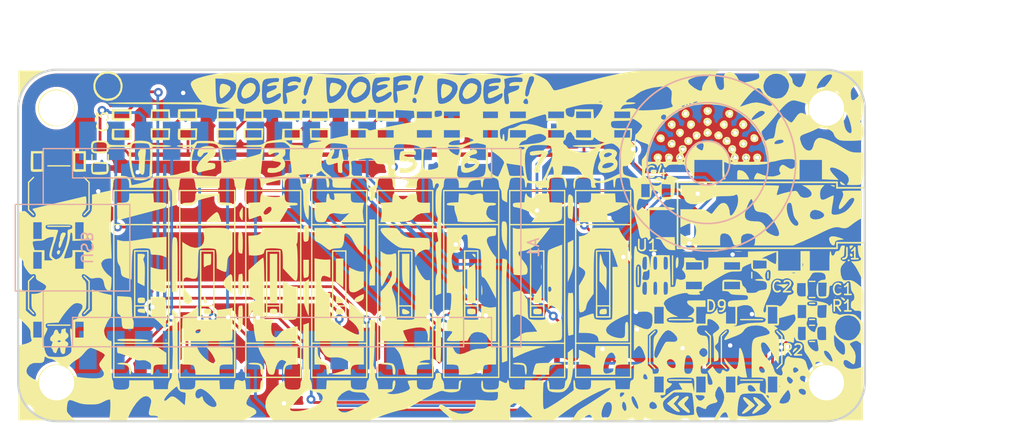
<source format=kicad_pcb>
(kicad_pcb (version 20211014) (generator pcbnew)
  (title_block (title "Ferral-Electric-Crystal-Pulsar") (date "2024-01-29") (company "GaudiLabs"))
  (layers (0 "F.Cu" signal) (31 "B.Cu" signal) (34 "B.Paste" user) (35 "F.Paste" user) (36 "B.SilkS" user "B.Silkscreen") (37 "F.SilkS" user "F.Silkscreen") (38 "B.Mask" user) (39 "F.Mask" user) (44 "Edge.Cuts" user))
  (net 0 "")
  (net 1 "Net-(A1-Pad28)")
  (net 2 "SPEAKER")
  (net 3 "+3V3")
  (net 4 "Net-(A1-Pad18)")
  (net 5 "Net-(A1-Pad19)")
  (net 6 "Net-(A1-Pad20)")
  (net 7 "Net-(A1-Pad21)")
  (net 8 "Net-(A1-Pad22)")
  (net 9 "Net-(A1-Pad23)")
  (net 10 "Net-(A1-Pad24)")
  (net 11 "Net-(A1-Pad25)")
  (net 12 "Net-(A1-Pad26)")
  (net 14 "Net-(C1-Pad2)")
  (net 15 "Net-(LS1-Pad1)")
  (net 16 "Net-(LS1-Pad2)")
  (net 17 "GND")
  (net 18 "VCC")
  (net 19 "Net-(D1-Pad1)")
  (net 20 "PIXEL")
  (net 21 "Net-(D2-Pad1)")
  (net 22 "Net-(D3-Pad1)")
  (net 23 "Net-(D4-Pad1)")
  (net 24 "Net-(D5-Pad1)")
  (net 25 "Net-(D6-Pad1)")
  (net 26 "Net-(D7-Pad1)")
  (net 27 "Net-(D8-Pad1)")
  (net 31 "SW1")
  (net 32 "unconnected-(P1-Pad2)")
  (net 33 "SW3")
  (net 34 "SW4")
  (net 35 "unconnected-(P2-Pad2)")
  (net 36 "unconnected-(P5-Pad2)")
  (net 37 "unconnected-(P6-Pad2)")
  (net 38 "unconnected-(P7-Pad2)")
  (net 39 "unconnected-(P8-Pad2)")
  (net 40 "unconnected-(R3-Pad2)")
  (net 41 "unconnected-(R4-Pad2)")
  (net 42 "SW2")
  (net 51 "Net-(C1-Pad1)")
  (footprint "GaudiLabsFootPrints:LED_SK6812MINI_PLCC4_3.5x3.5mm_P1.75mm" (layer "F.Cu") (at 138 102.75 180)
    (fp_text reference "D9")
    (fp_text value "SK6812MINI")
  )
  (footprint "MountingHole:MountingHole_3.2mm_M3" (layer "F.Cu") (at 78.3 112.5)
    (fp_text reference "H4" hide)
    (fp_text value "MountingHole")
  )
  (footprint "Button_Switch_SMD:SW_SPST_TL3342" (layer "F.Cu") (at 78.5 95.5 90)
    (fp_text reference "SW1" hide)
    (fp_text value "SW_Push")
  )
  (footprint "GaudiLabsLogos:DoefSilk" (layer "F.Cu") (at 113.18 100)
    (fp_text reference "G***" hide)
    (fp_text value "LOGO" hide)
  )
  (footprint "GaudiLabsFootPrints:TaidacentSlidingPot" (layer "F.Cu") (at 104 103.5 90)
    (fp_text reference "R4" hide)
    (fp_text value "R_Potentiometer")
  )
  (footprint "GaudiLabsFootPrints:TaidacentSlidingPot" (layer "F.Cu") (at 116 103.5 90)
    (fp_text reference "P6" hide)
    (fp_text value "R_Potentiometer")
  )
  (footprint "Capacitor_SMD:C_0805_2012Metric" (layer "F.Cu") (at 132.8 95)
    (fp_text reference "C4")
    (fp_text value "22uF")
  )
  (footprint "GaudiLabsFootPrints:TaidacentSlidingPot" (layer "F.Cu") (at 92 103.5 90)
    (fp_text reference "P2" hide)
    (fp_text value "R_Potentiometer")
  )
  (footprint "Button_Switch_SMD:SW_SPST_TL3342" (layer "F.Cu") (at 78.5 104.5 90)
    (fp_text reference "SW2" hide)
    (fp_text value "SW_Push")
  )
  (footprint "GaudiLabsFootPrints:LED_SK6812MINI_PLCC4_3.5x3.5mm_P1.75mm" (layer "F.Cu") (at 104 89 180)
    (fp_text reference "D4" hide)
    (fp_text value "SK6812MINI")
  )
  (footprint "GaudiLabsFootPrints:LED_SK6812MINI_PLCC4_3.5x3.5mm_P1.75mm" (layer "F.Cu") (at 116 89 180)
    (fp_text reference "D6" hide)
    (fp_text value "SK6812MINI")
  )
  (footprint "Resistor_SMD:R_0805_2012Metric" (layer "F.Cu") (at 147 106)
    (fp_text reference "R2")
    (fp_text value "390")
  )
  (footprint "GaudiLabsFootPrints:TaidacentSlidingPot" (layer "F.Cu") (at 110 103.5 90)
    (fp_text reference "P5" hide)
    (fp_text value "R_Potentiometer")
  )
  (footprint "GaudiLabsFootPrints:TaidacentSlidingPot" (layer "F.Cu") (at 128 103.5 90)
    (fp_text reference "P8" hide)
    (fp_text value "R_Potentiometer")
  )
  (footprint "GaudiLabsFootPrints:LED_SK6812MINI_PLCC4_3.5x3.5mm_P1.75mm" (layer "F.Cu") (at 86 89 180)
    (fp_text reference "D1" hide)
    (fp_text value "SK6812MINI")
  )
  (footprint "Button_Switch_SMD:SW_SPST_TL3342" (layer "F.Cu") (at 135 109.5 90)
    (fp_text reference "SW3" hide)
    (fp_text value "SW_Push")
  )
  (footprint "Capacitor_SMD:C_0805_2012Metric" (layer "F.Cu") (at 82.25 92 90)
    (fp_text reference "C3")
    (fp_text value "100nF")
  )
  (footprint "MountingHole:MountingHole_3.2mm_M3" (layer "F.Cu") (at 78.3 87.5)
    (fp_text reference "H1" hide)
    (fp_text value "MountingHole")
  )
  (footprint "Capacitor_SMD:C_0805_2012Metric" (layer "F.Cu") (at 147 104 180)
    (fp_text reference "C1")
    (fp_text value "1uF")
  )
  (footprint "GaudiLabsFootPrints:Fiducial_1mm_Dia_2.54mm_Outer_CopperBottom" (layer "F.Cu") (at 83 85.5)
    (fp_text reference "FID3" hide)
    (fp_text value "Fiducial")
  )
  (footprint "Resistor_SMD:R_0805_2012Metric" (layer "F.Cu") (at 147 108)
    (fp_text reference "R1")
    (fp_text value "2.2k")
  )
  (footprint "GaudiLabsFootPrints:LED_SK6812MINI_PLCC4_3.5x3.5mm_P1.75mm" (layer "F.Cu") (at 110 89 180)
    (fp_text reference "D5" hide)
    (fp_text value "SK6812MINI")
  )
  (footprint "Capacitor_SMD:C_0805_2012Metric" (layer "F.Cu") (at 142.25 102.7 90)
    (fp_text reference "C2")
    (fp_text value "100nF")
  )
  (footprint "GaudiLabsFootPrints:LED_SK6812MINI_PLCC4_3.5x3.5mm_P1.75mm" (layer "F.Cu") (at 122 89 180)
    (fp_text reference "D7" hide)
    (fp_text value "SK6812MINI")
  )
  (footprint "GaudiLabsFootPrints:Speaker16mm_circular" (layer "F.Cu") (at 137.5 92.5)
    (fp_text reference "LS1" hide)
    (fp_text value "Speaker")
  )
  (footprint "GaudiLabsFootPrints:Fiducial_1mm_Dia_2.54mm_Outer_CopperBottom" (layer "F.Cu") (at 143.75 85.5)
    (fp_text reference "FID2" hide)
    (fp_text value "Fiducial")
  )
  (footprint "GaudiLabsFootPrints:LED_SK6812MINI_PLCC4_3.5x3.5mm_P1.75mm" (layer "F.Cu") (at 98 89 180)
    (fp_text reference "D3" hide)
    (fp_text value "SK6812MINI")
  )
  (footprint "GaudiLabsFootPrints:TaidacentSlidingPot" (layer "F.Cu") (at 98 103.5 90)
    (fp_text reference "R3" hide)
    (fp_text value "R_Potentiometer")
  )
  (footprint "GaudiLabsFootPrints:Fiducial_1mm_Dia_2.54mm_Outer_CopperBottom" (layer "F.Cu") (at 150.25 107.5)
    (fp_text reference "FID1" hide)
    (fp_text value "Fiducial")
  )
  (footprint "GaudiLabsFootPrints:TaidacentSlidingPot" (layer "F.Cu") (at 122 103.5 90)
    (fp_text reference "P7" hide)
    (fp_text value "R_Potentiometer")
  )
  (footprint "GaudiLabsFootPrints:Jack3_5_Switchcraft_35RASMT4BHNTRX" (layer "F.Cu") (at 149.2625 97.25 180)
    (fp_text reference "J1")
    (fp_text value "JACK_TRS_6PINS")
  )
  (footprint "GaudiLabsFootPrints:LED_SK6812MINI_PLCC4_3.5x3.5mm_P1.75mm" (layer "F.Cu") (at 92 89 180)
    (fp_text reference "D2" hide)
    (fp_text value "SK6812MINI")
  )
  (footprint "MountingHole:MountingHole_3.2mm_M3" (layer "F.Cu") (at 148.3 87.5)
    (fp_text reference "H2" hide)
    (fp_text value "MountingHole")
  )
  (footprint "GaudiLabsFootPrints:TaidacentSlidingPot" (layer "F.Cu") (at 86 103.5 90)
    (fp_text reference "P1" hide)
    (fp_text value "R_Potentiometer")
  )
  (footprint "MountingHole:MountingHole_3.2mm_M3" (layer "F.Cu") (at 148.3 112.5)
    (fp_text reference "H3" hide)
    (fp_text value "MountingHole")
  )
  (footprint "GaudiLabsFootPrints:LED_SK6812MINI_PLCC4_3.5x3.5mm_P1.75mm" (layer "F.Cu") (at 128 89 180)
    (fp_text reference "D8" hide)
    (fp_text value "SK6812MINI")
  )
  (footprint "Button_Switch_SMD:SW_SPST_TL3342" (layer "F.Cu") (at 141.5 109.5 90)
    (fp_text reference "SW4" hide)
    (fp_text value "SW_Push")
  )
  (footprint "Package_TO_SOT_SMD:SOT-23-6" (layer "F.Cu") (at 132.75 102.75 -90)
    (fp_text reference "U1")
    (fp_text value "PAM8301")
  )
  (footprint "GaudiLabsFootPrints:Arduino_Nano_SMD" (layer "B.Cu") (at 97.65 100)
    (fp_text reference "A1")
    (fp_text value "Arduino_Nano_v3.x")
  )
  (gr_arc (start 78.3 116) (mid 75.840059 114.959941) (end 74.8 112.5) (layer "Edge.Cuts") (width 0.2))
  (gr_line (start 148.3 84) (end 78.3 84) (layer "Edge.Cuts") (width 0.2))
  (gr_line (start 151.8 87.5) (end 151.8 112.5) (layer "Edge.Cuts") (width 0.2))
  (gr_arc (start 74.8 87.5) (mid 75.839465 85.039465) (end 78.3 84) (layer "Edge.Cuts") (width 0.2))
  (gr_arc (start 151.8 112.5) (mid 150.757573 114.957573) (end 148.3 116) (layer "Edge.Cuts") (width 0.2))
  (gr_arc (start 148.3 84) (mid 150.761981 85.038019) (end 151.8 87.5) (layer "Edge.Cuts") (width 0.2))
  (gr_line (start 74.8 87.5) (end 74.8 112.5) (layer "Edge.Cuts") (width 0.2))
  (gr_line (start 148.3 116) (end 78.3 116) (layer "Edge.Cuts") (width 0.2))
  (segment (start 141.55 104.82) (end 136.82 104.82) (width 0.25) (layer "F.Cu") (net 1))
  (segment (start 125.87 105.44) (end 125.3 104.87) (width 0.25) (layer "F.Cu") (net 1))
  (segment (start 115.34 100.65) (end 114.6 99.91) (width 0.25) (layer "F.Cu") (net 1))
  (segment (start 134.79 107.06) (end 134.79 107.41) (width 0.25) (layer "F.Cu") (net 1))
  (segment (start 115.34 104.87) (end 113.78 106.43) (width 0.25) (layer "F.Cu") (net 1))
  (segment (start 133.12 109.08) (end 129.51 109.08) (width 0.25) (layer "F.Cu") (net 1))
  (segment (start 141.76 104.61) (end 141.55 104.82) (width 0.25) (layer "F.Cu") (net 1))
  (segment (start 142.25 103.65) (end 142.25 104.12) (width 0.25) (layer "F.Cu") (net 1))
  (segment (start 134.79 105.98) (end 134.79 107.06) (width 0.25) (layer "F.Cu") (net 1))
  (segment (start 134.86 105.91) (end 134.79 105.98) (width 0.25) (layer "F.Cu") (net 1))
  (segment (start 113.78 106.43) (end 113.78 106.61) (width 0.25) (layer "F.Cu") (net 1))
  (segment (start 136.82 104.82) (end 135.95 104.82) (width 0.25) (layer "F.Cu") (net 1))
  (segment (start 129.51 109.08) (end 125.87 105.44) (width 0.25) (layer "F.Cu") (net 1))
  (segment (start 115.34 104.87) (end 115.34 100.65) (width 0.25) (layer "F.Cu") (net 1))
  (segment (start 134.79 107.41) (end 133.12 109.08) (width 0.25) (layer "F.Cu") (net 1))
  (segment (start 142.25 104.12) (end 141.76 104.61) (width 0.25) (layer "F.Cu") (net 1))
  (segment (start 125.3 104.87) (end 115.34 104.87) (width 0.25) (layer "F.Cu") (net 1))
  (segment (start 135.95 104.82) (end 134.86 105.91) (width 0.25) (layer "F.Cu") (net 1))
  (via (at 114.6 99.91) (size 0.8) (drill 0.4) (layers "F.Cu" "B.Cu") (net 1))
  (via (at 113.78 106.61) (size 0.8) (drill 0.4) (layers "F.Cu" "B.Cu") (net 1))
  (segment (start 111.62 108.53) (end 111.62 109.525) (width 0.25) (layer "B.Cu") (net 1))
  (segment (start 111.62 96.93) (end 111.62 90.475) (width 0.25) (layer "B.Cu") (net 1))
  (segment (start 114.6 99.91) (end 111.62 96.93) (width 0.25) (layer "B.Cu") (net 1))
  (segment (start 113.54 106.61) (end 111.62 108.53) (width 0.25) (layer "B.Cu") (net 1))
  (segment (start 113.78 106.61) (end 113.54 106.61) (width 0.25) (layer "B.Cu") (net 1))
  (segment (start 146.0875 108) (end 145.44 108) (width 0.25) (layer "F.Cu") (net 2))
  (segment (start 145.44 108) (end 144.18 109.26) (width 0.25) (layer "F.Cu") (net 2))
  (via (at 144.18 109.26) (size 0.8) (drill 0.4) (layers "F.Cu" "B.Cu") (net 2))
  (segment (start 123.68 110.72) (end 142.72 110.72) (width 0.25) (layer "B.Cu") (net 2))
  (segment (start 142.72 110.72) (end 144.18 109.26) (width 0.25) (layer "B.Cu") (net 2))
  (segment (start 97.9 115.37) (end 101.72 115.37) (width 0.25) (layer "B.Cu") (net 2))
  (segment (start 119.81 114.59) (end 123.68 110.72) (width 0.25) (layer "B.Cu") (net 2))
  (segment (start 96.38 109.525) (end 96.38 113.85) (width 0.25) (layer "B.Cu") (net 2))
  (segment (start 96.38 113.85) (end 97.9 115.37) (width 0.25) (layer "B.Cu") (net 2))
  (segment (start 101.72 115.37) (end 102.5 114.59) (width 0.25) (layer "B.Cu") (net 2))
  (segment (start 102.5 114.59) (end 119.81 114.59) (width 0.25) (layer "B.Cu") (net 2))
  (segment (start 131.8 103.8875) (end 127.1375 103.8875) (width 0.25) (layer "F.Cu") (net 3))
  (segment (start 131.8 103.8875) (end 132.75 103.8875) (width 0.25) (layer "F.Cu") (net 3))
  (segment (start 127.1375 103.8875) (end 121.57 98.32) (width 0.25) (layer "F.Cu") (net 3))
  (segment (start 121.57 98.32) (end 83.84 98.32) (width 0.25) (layer "F.Cu") (net 3))
  (via (at 83.84 98.32) (size 0.8) (drill 0.4) (layers "F.Cu" "B.Cu") (net 3))
  (segment (start 83.84 98.32) (end 83.68 98.16) (width 0.25) (layer "B.Cu") (net 3))
  (segment (start 83.68 98.16) (end 83.68 90.475) (width 0.25) (layer "B.Cu") (net 3))
  (segment (start 82.25 91.05) (end 82.25 88.37) (width 0.25) (layer "F.Cu") (net 4))
  (segment (start 82.25 88.08) (end 82.43 87.9) (width 0.25) (layer "F.Cu") (net 4))
  (segment (start 82.25 88.37) (end 82.25 88.08) (width 0.25) (layer "F.Cu") (net 4))
  (segment (start 82.25 87.88) (end 82.43 87.7) (width 0.25) (layer "F.Cu") (net 4))
  (segment (start 82.25 88.37) (end 82.25 87.88) (width 0.25) (layer "F.Cu") (net 4))
  (via (at 82.43 87.7) (size 0.8) (drill 0.4) (layers "F.Cu" "B.Cu") (net 4))
  (segment (start 82.93 87.7) (end 82.43 87.7) (width 0.25) (layer "B.Cu") (net 4))
  (segment (start 85.81 87.9) (end 83.11 87.9) (width 0.25) (layer "B.Cu") (net 4))
  (segment (start 83.11 87.9) (end 83.11 87.88) (width 0.25) (layer "B.Cu") (net 4))
  (segment (start 83.11 87.88) (end 82.93 87.7) (width 0.25) (layer "B.Cu") (net 4))
  (segment (start 86.22 88.31) (end 85.81 87.9) (width 0.25) (layer "B.Cu") (net 4))
  (segment (start 86.22 90.475) (end 86.22 88.31) (width 0.25) (layer "B.Cu") (net 4))
  (segment (start 84.2 111.08) (end 88.75 106.53) (width 0.25) (layer "F.Cu") (net 5))
  (segment (start 84.2 112) (end 84.2 111.08) (width 0.25) (layer "F.Cu") (net 5))
  (via (at 88.75 106.53) (size 0.8) (drill 0.4) (layers "F.Cu" "B.Cu") (net 5))
  (segment (start 88.76 106.52) (end 88.76 90.475) (width 0.25) (layer "B.Cu") (net 5))
  (segment (start 88.75 106.53) (end 88.76 106.52) (width 0.25) (layer "B.Cu") (net 5))
  (segment (start 90.2 112) (end 90.15 111.95) (width 0.25) (layer "F.Cu") (net 6))
  (segment (start 90.15 108.41) (end 90.15 107.73) (width 0.25) (layer "F.Cu") (net 6))
  (segment (start 90.15 107.73) (end 91.25 106.63) (width 0.25) (layer "F.Cu") (net 6))
  (segment (start 90.15 111.95) (end 90.15 108.41) (width 0.25) (layer "F.Cu") (net 6))
  (via (at 91.25 106.63) (size 0.8) (drill 0.4) (layers "F.Cu" "B.Cu") (net 6))
  (segment (start 91.25 106.63) (end 91.3 106.58) (width 0.25) (layer "B.Cu") (net 6))
  (segment (start 91.3 106.58) (end 91.3 90.475) (width 0.25) (layer "B.Cu") (net 6))
  (segment (start 96.2 108.83) (end 93.9 106.53) (width 0.25) (layer "F.Cu") (net 7))
  (segment (start 96.2 112) (end 96.2 108.83) (width 0.25) (layer "F.Cu") (net 7))
  (via (at 93.9 106.53) (size 0.8) (drill 0.4) (layers "F.Cu" "B.Cu") (net 7))
  (segment (start 93.9 106.53) (end 93.84 106.47) (width 0.25) (layer "B.Cu") (net 7))
  (segment (start 93.84 106.47) (end 93.84 90.475) (width 0.25) (layer "B.Cu") (net 7))
  (segment (start 102.2 110.28) (end 98.77 106.85) (width 0.25) (layer "F.Cu") (net 8))
  (segment (start 98.49 106.57) (end 96.61 106.57) (width 0.25) (layer "F.Cu") (net 8))
  (segment (start 102.2 112) (end 102.2 110.28) (width 0.25) (layer "F.Cu") (net 8))
  (segment (start 98.77 106.85) (end 98.49 106.57) (width 0.25) (layer "F.Cu") (net 8))
  (via (at 96.61 106.57) (size 0.8) (drill 0.4) (layers "F.Cu" "B.Cu") (net 8))
  (segment (start 96.38 106.34) (end 96.38 90.475) (width 0.25) (layer "B.Cu") (net 8))
  (segment (start 96.61 106.57) (end 96.38 106.34) (width 0.25) (layer "B.Cu") (net 8))
  (segment (start 108.2 112) (end 108.2 106.83) (width 0.25) (layer "F.Cu") (net 9))
  (segment (start 108.2 106.83) (end 108 106.63) (width 0.25) (layer "F.Cu") (net 9))
  (via (at 108 106.63) (size 0.8) (drill 0.4) (layers "F.Cu" "B.Cu") (net 9))
  (segment (start 108 106.63) (end 108 105.63) (width 0.25) (layer "B.Cu") (net 9))
  (segment (start 98.92 96.55) (end 98.92 90.475) (width 0.25) (layer "B.Cu") (net 9))
  (segment (start 108 105.63) (end 98.92 96.55) (width 0.25) (layer "B.Cu") (net 9))
  (segment (start 114.2 112) (end 114.2 108.58) (width 0.25) (layer "F.Cu") (net 10))
  (segment (start 114.2 108.58) (end 112.12 106.5) (width 0.25) (layer "F.Cu") (net 10))
  (via (at 112.12 106.5) (size 0.8) (drill 0.4) (layers "F.Cu" "B.Cu") (net 10))
  (segment (start 112.12 106.5) (end 101.46 95.84) (width 0.25) (layer "B.Cu") (net 10))
  (segment (start 101.46 95.84) (end 101.46 90.475) (width 0.25) (layer "B.Cu") (net 10))
  (segment (start 120.2 109.25) (end 117.33 106.38) (width 0.25) (layer "F.Cu") (net 11))
  (segment (start 120.2 112) (end 120.2 109.25) (width 0.25) (layer "F.Cu") (net 11))
  (via (at 117.33 106.38) (size 0.8) (drill 0.4) (layers "F.Cu" "B.Cu") (net 11))
  (segment (start 104 93.05) (end 104 90.475) (width 0.25) (layer "B.Cu") (net 11))
  (segment (start 117.33 106.38) (end 104 93.05) (width 0.25) (layer "B.Cu") (net 11))
  (segment (start 126.2 109.16) (end 123.46 106.42) (width 0.25) (layer "F.Cu") (net 12))
  (segment (start 126.2 112) (end 126.2 109.16) (width 0.25) (layer "F.Cu") (net 12))
  (via (at 123.46 106.42) (size 0.8) (drill 0.4) (layers "F.Cu" "B.Cu") (net 12))
  (segment (start 114.56 101.71) (end 106.54 93.69) (width 0.25) (layer "B.Cu") (net 12))
  (segment (start 118.75 101.71) (end 114.56 101.71) (width 0.25) (layer "B.Cu") (net 12))
  (segment (start 106.54 93.69) (end 106.54 90.475) (width 0.25) (layer "B.Cu") (net 12))
  (segment (start 123.46 106.42) (end 118.75 101.71) (width 0.25) (layer "B.Cu") (net 12))
  (segment (start 146.0875 106) (end 146.0875 106.175) (width 0.25) (layer "F.Cu") (net 14))
  (segment (start 146.0875 106.175) (end 147.9125 108) (width 0.25) (layer "F.Cu") (net 14))
  (segment (start 146.05 105.9625) (end 146.0875 106) (width 0.25) (layer "F.Cu") (net 14))
  (segment (start 146.05 104) (end 146.05 105.9625) (width 0.25) (layer "F.Cu") (net 14))
  (segment (start 127.89 102.73) (end 121.98 96.82) (width 0.25) (layer "F.Cu") (net 15))
  (segment (start 130.59 102.73) (end 127.89 102.73) (width 0.25) (layer "F.Cu") (net 15))
  (segment (start 133.7 103.18) (end 133.31 102.79) (width 0.25) (layer "F.Cu") (net 15))
  (segment (start 133.7 103.8875) (end 133.7 103.18) (width 0.25) (layer "F.Cu") (net 15))
  (segment (start 133.31 102.79) (end 133.25 102.73) (width 0.25) (layer "F.Cu") (net 15))
  (segment (start 133.25 102.73) (end 130.59 102.73) (width 0.25) (layer "F.Cu") (net 15))
  (via (at 121.98 96.82) (size 0.8) (drill 0.4) (layers "F.Cu" "B.Cu") (net 15))
  (segment (start 121.98 92.6) (end 124.58 90) (width 0.25) (layer "B.Cu") (net 15))
  (segment (start 124.58 90) (end 125.5 90) (width 0.25) (layer "B.Cu") (net 15))
  (segment (start 121.98 96.82) (end 121.98 92.6) (width 0.25) (layer "B.Cu") (net 15))
  (segment (start 133.7 101.6125) (end 133.7 100.44) (width 0.25) (layer "F.Cu") (net 16))
  (segment (start 133.7 100.44) (end 133.29 100.03) (width 0.25) (layer "F.Cu") (net 16))
  (segment (start 133.29 100.03) (end 128.17 100.03) (width 0.25) (layer "F.Cu") (net 16))
  (segment (start 128.17 100.03) (end 126.29 98.15) (width 0.25) (layer "F.Cu") (net 16))
  (via (at 126.29 98.15) (size 0.8) (drill 0.4) (layers "F.Cu" "B.Cu") (net 16))
  (segment (start 126.29 98.15) (end 125.5 97.36) (width 0.25) (layer "B.Cu") (net 16))
  (segment (start 125.5 97.36) (end 125.5 95) (width 0.25) (layer "B.Cu") (net 16))
  (segment (start 88.62 86.67) (end 89.18 86.11) (width 0.25) (layer "F.Cu") (net 17))
  (segment (start 85.29 92.95) (end 85.67 93.33) (width 0.25) (layer "F.Cu") (net 17))
  (segment (start 131.62 110.18) (end 132 110.18) (width 0.25) (layer "F.Cu") (net 17))
  (segment (start 139.6 106.35) (end 141.43 106.35) (width 0.25) (layer "F.Cu") (net 17))
  (segment (start 139.75 100.85) (end 139.77 100.83) (width 0.25) (layer "F.Cu") (net 17))
  (segment (start 87.75 88.125) (end 87.75 87.54) (width 0.25) (layer "F.Cu") (net 17))
  (segment (start 139.6 109.05) (end 139.55 109.1) (width 0.25) (layer "F.Cu") (net 17))
  (segment (start 130.75 96.93) (end 130.19 97.49) (width 0.25) (layer "F.Cu") (net 17))
  (segment (start 129.8 111.29) (end 127.94 109.43) (width 0.25) (layer "F.Cu") (net 17))
  (segment (start 82.25 92.95) (end 82.25 94.9) (width 0.25) (layer "F.Cu") (net 17))
  (segment (start 130.19 97.49) (end 128.57 97.49) (width 0.25) (layer "F.Cu") (net 17))
  (segment (start 132.36 106.35) (end 131.07 107.64) (width 0.25) (layer "F.Cu") (net 17))
  (segment (start 131.28 106.35) (end 130.98 106.05) (width 0.25) (layer "F.Cu") (net 17))
  (segment (start 139.75 101.875) (end 139.75 100.85) (width 0.25) (layer "F.Cu") (net 17))
  (segment (start 132 110.18) (end 134.39 110.18) (width 0.25) (layer "F.Cu") (net 17))
  (segment (start 133.1 106.35) (end 131.28 106.35) (width 0.25) (layer "F.Cu") (net 17))
  (segment (start 141.43 106.35) (end 141.53 106.25) (width 0.25) (layer "F.Cu") (net 17))
  (segment (start 132.75 101.6125) (end 132.75 100.889383) (width 0.25) (layer "F.Cu") (net 17))
  (segment (start 133.1 106.35) (end 132.36 106.35) (width 0.25) (layer "F.Cu") (net 17))
  (segment (start 82.25 94.9) (end 82.08 95.07) (width 0.25) (layer "F.Cu") (net 17))
  (segment (start 89.18 86.11) (end 89.81 86.11) (width 0.25) (layer "F.Cu") (net 17))
  (segment (start 131.85 95) (end 131.85 95.83) (width 0.25) (layer "F.Cu") (net 17))
  (segment (start 132.75 100.889383) (end 132.615117 100.7545) (width 0.25) (layer "F.Cu") (net 17))
  (segment (start 129.8 112) (end 129.8 111.29) (width 0.25) (layer "F.Cu") (net 17))
  (segment (start 82.25 92.95) (end 85.29 92.95) (width 0.25) (layer "F.Cu") (net 17))
  (segment (start 129.8 112) (end 131.62 110.18) (width 0.25) (layer "F.Cu") (net 17))
  (segment (start 134.39 110.18) (end 135.22 109.35) (width 0.25) (layer "F.Cu") (net 17))
  (segment (start 87.75 87.54) (end 88.62 86.67) (width 0.25) (layer "F.Cu") (net 17))
  (segment (start 131.85 95.83) (end 130.75 96.93) (width 0.25) (layer "F.Cu") (net 17))
  (segment (start 139.6 106.35) (end 139.6 109.05) (width 0.25) (layer "F.Cu") (net 17))
  (via (at 139.55 109.1) (size 0.8) (drill 0.4) (layers "F.Cu" "B.Cu") (net 17))
  (via (at 141.53 106.25) (size 0.8) (drill 0.4) (layers "F.Cu" "B.Cu") (net 17))
  (via (at 85.67 93.33) (size 0.8) (drill 0.4) (layers "F.Cu" "B.Cu") (net 17))
  (via (at 131.07 107.64) (size 0.8) (drill 0.4) (layers "F.Cu" "B.Cu") (net 17))
  (via (at 82.08 95.07) (size 0.8) (drill 0.4) (layers "F.Cu" "B.Cu") (net 17))
  (via (at 139.77 100.83) (size 0.8) (drill 0.4) (layers "F.Cu" "B.Cu") (net 17))
  (via (at 132.615117 100.7545) (size 0.8) (drill 0.4) (layers "F.Cu" "B.Cu") (net 17))
  (via (at 127.94 109.43) (size 0.8) (drill 0.4) (layers "F.Cu" "B.Cu") (net 17))
  (via (at 135.22 109.35) (size 0.8) (drill 0.4) (layers "F.Cu" "B.Cu") (net 17))
  (via (at 89.81 86.11) (size 0.8) (drill 0.4) (layers "F.Cu" "B.Cu") (net 17))
  (via (at 128.57 97.49) (size 0.8) (drill 0.4) (layers "F.Cu" "B.Cu") (net 17))
  (via (at 130.98 106.05) (size 0.8) (drill 0.4) (layers "F.Cu" "B.Cu") (net 17))
  (segment (start 108.25 89.875) (end 108.25 91.7) (width 0.25) (layer "F.Cu") (net 18))
  (segment (start 133.26 93.22) (end 133.75 93.71) (width 0.4) (layer "F.Cu") (net 18))
  (segment (start 120.25 91.56) (end 120.42 91.73) (width 0.25) (layer "F.Cu") (net 18))
  (segment (start 114.25 91.59) (end 114.11 91.73) (width 0.25) (layer "F.Cu") (net 18))
  (segment (start 126.36 91.73) (end 129.9 91.73) (width 0.4) (layer "F.Cu") (net 18))
  (segment (start 102.25 89.875) (end 102.25 91.56) (width 0.25) (layer "F.Cu") (net 18))
  (segment (start 120.25 89.875) (end 120.25 91.56) (width 0.25) (layer "F.Cu") (net 18))
  (segment (start 138.03 100.67) (end 138.03 102.69) (width 0.25) (layer "F.Cu") (net 18))
  (segment (start 126.25 89.875) (end 126.25 91.62) (width 0.25) (layer "F.Cu") (net 18))
  (segment (start 136.21 96.6) (end 136.22 96.6) (width 0.4) (layer "F.Cu") (net 18))
  (segment (start 136.53 98.87) (end 137.6 99.94) (width 0.4) (layer "F.Cu") (net 18))
  (segment (start 138.03 102.69) (end 137.095 103.625) (width 0.25) (layer "F.Cu") (net 18))
  (segment (start 108.25 91.7) (end 108.25 92.16) (width 0.25) (layer "F.Cu") (net 18))
  (segment (start 138.91 99.94) (end 138.76 99.94) (width 0.25) (layer "F.Cu") (net 18))
  (segment (start 136.22 96.6) (end 136.53 96.91) (width 0.4) (layer "F.Cu") (net 18))
  (segment (start 114.11 91.73) (end 120.42 91.73) (width 0.4) (layer "F.Cu") (net 18))
  (segment (start 131.39 93.22) (end 133.26 93.22) (width 0.4) (layer "F.Cu") (net 18))
  (segment (start 133.75 93.71) (end 133.75 95) (width 0.4) (layer "F.Cu") (net 18))
  (segment (start 90.25 91.61) (end 90.37 91.73) (width 0.25) (layer "F.Cu") (net 18))
  (segment (start 108.25 91.7) (end 108.28 91.73) (width 0.25) (layer "F.Cu") (net 18))
  (segment (start 84.25 91.05) (end 84.93 91.73) (width 0.25) (layer "F.Cu") (net 18))
  (segment (start 90.25 89.875) (end 90.25 91.61) (width 0.25) (layer "F.Cu") (net 18))
  (segment (start 140.44 99.94) (end 138.91 99.94) (width 0.25) (layer "F.Cu") (net 18))
  (segment (start 84.25 89.875) (end 84.25 91.05) (width 0.25) (layer "F.Cu") (net 18))
  (segment (start 96.39 91.73) (end 102.42 91.73) (width 0.4) (layer "F.Cu") (net 18))
  (segment (start 90.37 91.73) (end 96.39 91.73) (width 0.4) (layer "F.Cu") (net 18))
  (segment (start 137.6 99.94) (end 138.91 99.94) (width 0.4) (layer "F.Cu") (net 18))
  (segment (start 96.25 89.875) (end 96.25 91.59) (width 0.25) (layer "F.Cu") (net 18))
  (segment (start 96.25 91.59) (end 96.39 91.73) (width 0.25) (layer "F.Cu") (net 18))
  (segment (start 137.095 103.625) (end 136.25 103.625) (width 0.25) (layer "F.Cu") (net 18))
  (segment (start 120.42 91.73) (end 126.36 91.73) (width 0.4) (layer "F.Cu") (net 18))
  (segment (start 142.25 101.75) (end 140.44 99.94) (width 0.25) (layer "F.Cu") (net 18))
  (segment (start 126.25 91.62) (end 126.36 91.73) (width 0.25) (layer "F.Cu") (net 18))
  (segment (start 102.42 91.73) (end 108.28 91.73) (width 0.4) (layer "F.Cu") (net 18))
  (segment (start 108.25 92.16) (end 108.93 92.84) (width 0.25) (layer "F.Cu") (net 18))
  (segment (start 102.25 91.56) (end 102.42 91.73) (width 0.25) (layer "F.Cu") (net 18))
  (segment (start 133.75 95) (end 134.61 95) (width 0.4) (layer "F.Cu") (net 18))
  (segment (start 138.76 99.94) (end 138.03 100.67) (width 0.25) (layer "F.Cu") (net 18))
  (segment (start 136.53 96.91) (end 136.53 98.87) (width 0.4) (layer "F.Cu") (net 18))
  (segment (start 84.93 91.73) (end 90.37 91.73) (width 0.4) (layer "F.Cu") (net 18))
  (segment (start 129.9 91.73) (end 131.39 93.22) (width 0.4) (layer "F.Cu") (net 18))
  (segment (start 108.28 91.73) (end 114.11 91.73) (width 0.4) (layer "F.Cu") (net 18))
  (segment (start 134.61 95) (end 136.21 96.6) (width 0.4) (layer "F.Cu") (net 18))
  (segment (start 114.25 89.875) (end 114.25 91.59) (width 0.25) (layer "F.Cu") (net 18))
  (via (at 108.93 92.84) (size 0.8) (drill 0.4) (layers "F.Cu" "B.Cu") (net 18))
  (segment (start 108.93 90.625) (end 109.08 90.475) (width 0.25) (layer "B.Cu") (net 18))
  (segment (start 108.93 92.84) (end 108.93 90.625) (width 0.25) (layer "B.Cu") (net 18))
  (segment (start 88.095 89.875) (end 89.845 88.125) (width 0.25) (layer "F.Cu") (net 19))
  (segment (start 87.75 89.875) (end 88.095 89.875) (width 0.25) (layer "F.Cu") (net 19))
  (segment (start 89.845 88.125) (end 90.25 88.125) (width 0.25) (layer "F.Cu") (net 19))
  (segment (start 86.53 86.01) (end 87.5 86.01) (width 0.25) (layer "F.Cu") (net 20))
  (segment (start 91.95 105.6) (end 92.03 105.68) (width 0.25) (layer "F.Cu") (net 20))
  (segment (start 92.03 105.68) (end 92.52 106.17) (width 0.25) (layer "F.Cu") (net 20))
  (segment (start 84.415 88.125) (end 86.53 86.01) (width 0.25) (layer "F.Cu") (net 20))
  (segment (start 87.01 105.6) (end 91.95 105.6) (width 0.25) (layer "F.Cu") (net 20))
  (segment (start 92.52 106.17) (end 92.52 106.54) (width 0.25) (layer "F.Cu") (net 20))
  (segment (start 84.25 88.125) (end 84.415 88.125) (width 0.25) (layer "F.Cu") (net 20))
  (segment (start 87.5 86.01) (end 87.55 86.06) (width 0.25) (layer "F.Cu") (net 20))
  (via (at 87.55 86.06) (size 0.8) (drill 0.4) (layers "F.Cu" "B.Cu") (net 20))
  (via (at 92.52 106.54) (size 0.8) (drill 0.4) (layers "F.Cu" "B.Cu") (net 20))
  (via (at 87.01 105.6) (size 0.8) (drill 0.4) (layers "F.Cu" "B.Cu") (net 20))
  (segment (start 87.55 86.06) (end 87.5 86.11) (width 0.25) (layer "B.Cu") (net 20))
  (segment (start 93.84 107.87) (end 93.84 109.525) (width 0.25) (layer "B.Cu") (net 20))
  (segment (start 92.52 106.54) (end 92.52 106.55) (width 0.25) (layer "B.Cu") (net 20))
  (segment (start 87.5 86.11) (end 87.5 90.96) (width 0.25) (layer "B.Cu") (net 20))
  (segment (start 87.5 90.96) (end 87.5 105.11) (width 0.25) (layer "B.Cu") (net 20))
  (segment (start 92.52 106.55) (end 93.84 107.87) (width 0.25) (layer "B.Cu") (net 20))
  (segment (start 87.5 105.11) (end 87.01 105.6) (width 0.25) (layer "B.Cu") (net 20))
  (segment (start 94.205 89.875) (end 95.955 88.125) (width 0.25) (layer "F.Cu") (net 21))
  (segment (start 93.75 89.875) (end 94.205 89.875) (width 0.25) (layer "F.Cu") (net 21))
  (segment (start 95.955 88.125) (end 96.25 88.125) (width 0.25) (layer "F.Cu") (net 21))
  (segment (start 101.875 88.125) (end 102.25 88.125) (width 0.25) (layer "F.Cu") (net 22))
  (segment (start 100.125 89.875) (end 101.875 88.125) (width 0.25) (layer "F.Cu") (net 22))
  (segment (start 99.75 89.875) (end 100.125 89.875) (width 0.25) (layer "F.Cu") (net 22))
  (segment (start 106.095 89.875) (end 107.845 88.125) (width 0.25) (layer "F.Cu") (net 23))
  (segment (start 105.75 89.875) (end 106.095 89.875) (width 0.25) (layer "F.Cu") (net 23))
  (segment (start 107.845 88.125) (end 108.25 88.125) (width 0.25) (layer "F.Cu") (net 23))
  (segment (start 111.75 89.875) (end 112.135 89.875) (width 0.25) (layer "F.Cu") (net 24))
  (segment (start 113.885 88.125) (end 114.25 88.125) (width 0.25) (layer "F.Cu") (net 24))
  (segment (start 112.135 89.875) (end 113.885 88.125) (width 0.25) (layer "F.Cu") (net 24))
  (segment (start 117.75 89.875) (end 118.115 89.875) (width 0.25) (layer "F.Cu") (net 25))
  (segment (start 118.115 89.875) (end 119.865 88.125) (width 0.25) (layer "F.Cu") (net 25))
  (segment (start 119.865 88.125) (end 120.25 88.125) (width 0.25) (layer "F.Cu") (net 25))
  (segment (start 124.115 89.875) (end 125.865 88.125) (width 0.25) (layer "F.Cu") (net 26))
  (segment (start 123.75 89.875) (end 124.115 89.875) (width 0.25) (layer "F.Cu") (net 26))
  (segment (start 125.865 88.125) (end 126.25 88.125) (width 0.25) (layer "F.Cu") (net 26))
  (segment (start 130.72 91.24) (end 130.72 90.845) (width 0.25) (layer "F.Cu") (net 27))
  (segment (start 136.25 100.24) (end 135.83 99.82) (width 0.25) (layer "F.Cu") (net 27))
  (segment (start 136.25 101.875) (end 136.25 100.24) (width 0.25) (layer "F.Cu") (net 27))
  (segment (start 130.72 90.845) (end 129.75 89.875) (width 0.25) (layer "F.Cu") (net 27))
  (via (at 130.72 91.24) (size 0.8) (drill 0.4) (layers "F.Cu" "B.Cu") (net 27))
  (via (at 135.83 99.82) (size 0.8) (drill 0.4) (layers "F.Cu" "B.Cu") (net 27))
  (segment (start 136.4 97.07) (end 136.4 99.25) (width 0.25) (layer "B.Cu") (net 27))
  (segment (start 130.72 92.7) (end 131.82 93.8) (width 0.25) (layer "B.Cu") (net 27))
  (segment (start 130.72 91.24) (end 130.72 92.7) (width 0.25) (layer "B.Cu") (net 27))
  (segment (start 137.24 93.8) (end 137.8 94.36) (width 0.25) (layer "B.Cu") (net 27))
  (segment (start 131.82 93.8) (end 137.24 93.8) (width 0.25) (layer "B.Cu") (net 27))
  (segment (start 137.8 95.67) (end 136.4 97.07) (width 0.25) (layer "B.Cu") (net 27))
  (segment (start 136.4 99.25) (end 135.83 99.82) (width 0.25) (layer "B.Cu") (net 27))
  (segment (start 137.8 94.36) (end 137.8 95.67) (width 0.25) (layer "B.Cu") (net 27))
  (segment (start 82.29 98.65) (end 86.08 102.44) (width 0.25) (layer "F.Cu") (net 31))
  (segment (start 103.46 103.75) (end 106.47 106.76) (width 0.25) (layer "F.Cu") (net 31))
  (segment (start 80.4 98.65) (end 80.4 92.35) (width 0.25) (layer "F.Cu") (net 31))
  (segment (start 87.39 103.75) (end 102.83 103.75) (width 0.25) (layer "F.Cu") (net 31))
  (segment (start 86.08 102.44) (end 87.39 103.75) (width 0.25) (layer "F.Cu") (net 31))
  (segment (start 102.83 103.75) (end 103.46 103.75) (width 0.25) (layer "F.Cu") (net 31))
  (segment (start 80.4 98.65) (end 82.29 98.65) (width 0.25) (layer "F.Cu") (net 31))
  (via (at 106.47 106.76) (size 0.8) (drill 0.4) (layers "F.Cu" "B.Cu") (net 31))
  (segment (start 106.54 106.83) (end 106.54 109.525) (width 0.25) (layer "B.Cu") (net 31))
  (segment (start 106.47 106.76) (end 106.54 106.83) (width 0.25) (layer "B.Cu") (net 31))
  (segment (start 84.2 95) (end 87.8 95) (width 0.25) (layer "F.Cu") (net 32))
  (segment (start 136.9 112.65) (end 136.9 113) (width 0.25) (layer "F.Cu") (net 33))
  (segment (start 136.9 106.35) (end 136.9 112.65) (width 0.25) (layer "F.Cu") (net 33))
  (segment (start 101.71 114.29) (end 101.43 114.01) (width 0.25) (layer "F.Cu") (net 33))
  (segment (start 135.61 114.29) (end 101.71 114.29) (width 0.25) (layer "F.Cu") (net 33))
  (segment (start 136.9 113) (end 135.61 114.29) (width 0.25) (layer "F.Cu") (net 33))
  (via (at 101.43 114.01) (size 0.8) (drill 0.4) (layers "F.Cu" "B.Cu") (net 33))
  (segment (start 101.46 113.98) (end 101.46 109.525) (width 0.25) (layer "B.Cu") (net 33))
  (segment (start 101.43 114.01) (end 101.46 113.98) (width 0.25) (layer "B.Cu") (net 33))
  (segment (start 143.4 106.35) (end 143.4 112.65) (width 0.25) (layer "F.Cu") (net 34))
  (segment (start 141.07 114.98) (end 140.12 114.98) (width 0.25) (layer "F.Cu") (net 34))
  (segment (start 141.92 114.13) (end 141.07 114.98) (width 0.25) (layer "F.Cu") (net 34))
  (segment (start 140.12 114.98) (end 99.59 114.98) (width 0.25) (layer "F.Cu") (net 34))
  (segment (start 99.59 114.98) (end 98.98 114.37) (width 0.25) (layer "F.Cu") (net 34))
  (segment (start 143.4 112.65) (end 141.92 114.13) (width 0.25) (layer "F.Cu") (net 34))
  (via (at 98.98 114.37) (size 0.8) (drill 0.4) (layers "F.Cu" "B.Cu") (net 34))
  (segment (start 98.98 114.37) (end 98.92 114.31) (width 0.25) (layer "B.Cu") (net 34))
  (segment (start 98.92 114.31) (end 98.92 109.525) (width 0.25) (layer "B.Cu") (net 34))
  (segment (start 90.2 95) (end 93.8 95) (width 0.25) (layer "F.Cu") (net 35))
  (segment (start 108.2 95) (end 111.8 95) (width 0.25) (layer "F.Cu") (net 36))
  (segment (start 114.2 95) (end 117.8 95) (width 0.25) (layer "F.Cu") (net 37))
  (segment (start 120.2 95) (end 123.8 95) (width 0.25) (layer "F.Cu") (net 38))
  (segment (start 126.2 95) (end 129.8 95) (width 0.25) (layer "F.Cu") (net 39))
  (segment (start 96.2 95) (end 99.8 95) (width 0.25) (layer "F.Cu") (net 40))
  (segment (start 102.2 95) (end 105.8 95) (width 0.25) (layer "F.Cu") (net 41))
  (segment (start 102.63 104.8) (end 104.02 106.19) (width 0.25) (layer "F.Cu") (net 42))
  (segment (start 80.4 104.8) (end 102.63 104.8) (width 0.25) (layer "F.Cu") (net 42))
  (segment (start 104.02 106.19) (end 104.02 106.66) (width 0.25) (layer "F.Cu") (net 42))
  (segment (start 104.02 106.66) (end 104 106.68) (width 0.25) (layer "F.Cu") (net 42))
  (segment (start 80.4 101.35) (end 80.4 104.8) (width 0.25) (layer "F.Cu") (net 42))
  (segment (start 80.4 104.8) (end 80.4 107.65) (width 0.25) (layer "F.Cu") (net 42))
  (via (at 104 106.68) (size 0.8) (drill 0.4) (layers "F.Cu" "B.Cu") (net 42))
  (segment (start 104 106.68) (end 104 109.525) (width 0.25) (layer "B.Cu") (net 42))
  (segment (start 136.6 95.29) (end 137.66 95.29) (width 0.25) (layer "F.Cu") (net 51))
  (segment (start 137.66 95.29) (end 138 95.29) (width 0.25) (layer "F.Cu") (net 51))
  (segment (start 137.5625 95.1925) (end 137.66 95.29) (width 0.25) (layer "F.Cu") (net 51))
  (segment (start 137.5625 93.2) (end 137.5625 95.1925) (width 0.25) (layer "F.Cu") (net 51))
  (segment (start 138 95.29) (end 138.01 95.28) (width 0.25) (layer "F.Cu") (net 51))
  (segment (start 131.8 101.6125) (end 130.4025 101.6125) (width 0.25) (layer "F.Cu") (net 51))
  (segment (start 147.6625 101.3) (end 147.6625 99.9625) (width 0.25) (layer "F.Cu") (net 51))
  (segment (start 147.95 104) (end 147.6625 103.7125) (width 0.25) (layer "F.Cu") (net 51))
  (segment (start 140.75 97.02) (end 140.75 95.66) (width 0.25) (layer "F.Cu") (net 51))
  (segment (start 142.57 98.84) (end 140.75 97.02) (width 0.25) (layer "F.Cu") (net 51))
  (segment (start 147.6625 103.7125) (end 147.6625 101.3) (width 0.25) (layer "F.Cu") (net 51))
  (segment (start 146.54 98.84) (end 142.57 98.84) (width 0.25) (layer "F.Cu") (net 51))
  (segment (start 130.4025 101.6125) (end 129.84 101.05) (width 0.25) (layer "F.Cu") (net 51))
  (segment (start 140.37 95.28) (end 138.01 95.28) (width 0.25) (layer "F.Cu") (net 51))
  (segment (start 140.75 95.66) (end 140.37 95.28) (width 0.25) (layer "F.Cu") (net 51))
  (segment (start 147.6625 99.9625) (end 146.54 98.84) (width 0.25) (layer "F.Cu") (net 51))
  (via (at 136.6 95.29) (size 0.8) (drill 0.4) (layers "F.Cu" "B.Cu") (net 51))
  (via (at 129.84 101.05) (size 0.8) (drill 0.4) (layers "F.Cu" "B.Cu") (net 51))
  (segment (start 129.84 101.05) (end 129.84 99.05) (width 0.25) (layer "B.Cu") (net 51))
  (segment (start 133.6 95.29) (end 136.6 95.29) (width 0.25) (layer "B.Cu") (net 51))
  (segment (start 129.84 99.05) (end 130.77 98.12) (width 0.25) (layer "B.Cu") (net 51))
  (segment (start 130.77 98.12) (end 133.6 95.29) (width 0.25) (layer "B.Cu") (net 51))
  (zone (net 17) (net_name "GND") (layer "F.Cu") (connect_pads (clearance 0.35)) (min_thickness 0.254) (fill yes (thermal_gap 0.508) (thermal_bridge_width 0.508))
    (polygon (pts (xy 148.41 83.99) (xy 149.64 84.32) (xy 150.4 84.76) (xy 151.09 85.37) (xy 151.47 85.9) (xy 151.69 86.55) (xy 151.81 87.24) (xy 151.81 90.24) (xy 151.82 112.45) (xy 151.65 113.46) (xy 151.27 114.37) (xy 150.71 115) (xy 150.06 115.54) (xy 148.62 116.02) (xy 147.55 116.03) (xy 78.28 115.99) (xy 77.15 115.79) (xy 76.25 115.31) (xy 75.39 114.43) (xy 74.87 113.16) (xy 74.78 111.76) (xy 74.76 87.36) (xy 75.08 86.11) (xy 75.78 85.08) (xy 76.85 84.28) (xy 77.63 84.07) (xy 78.27 83.98)))
  )
  (zone (net 17) (net_name "GND") (layer "B.Cu") (connect_pads (clearance 0.35)) (min_thickness 0.254) (fill yes (thermal_gap 0.508) (thermal_bridge_width 0.508))
    (polygon (pts (xy 148.354404 83.980246) (xy 149.584404 84.310246) (xy 150.344404 84.750246) (xy 151.034404 85.360246) (xy 151.414404 85.890246) (xy 151.634404 86.540246) (xy 151.754404 87.230246) (xy 151.754404 90.230246) (xy 151.764404 112.440246) (xy 151.594404 113.450246) (xy 151.214404 114.360246) (xy 150.654404 114.990246) (xy 150.004404 115.530246) (xy 148.564404 116.010246) (xy 147.494404 116.020246) (xy 78.224404 115.980246) (xy 77.094404 115.780246) (xy 76.194404 115.300246) (xy 75.334404 114.420246) (xy 74.814404 113.150246) (xy 74.724404 111.750246) (xy 74.704404 87.350246) (xy 75.024404 86.100246) (xy 75.724404 85.070246) (xy 76.794404 84.270246) (xy 77.574404 84.060246) (xy 78.214404 83.970246)))
  )
)
</source>
